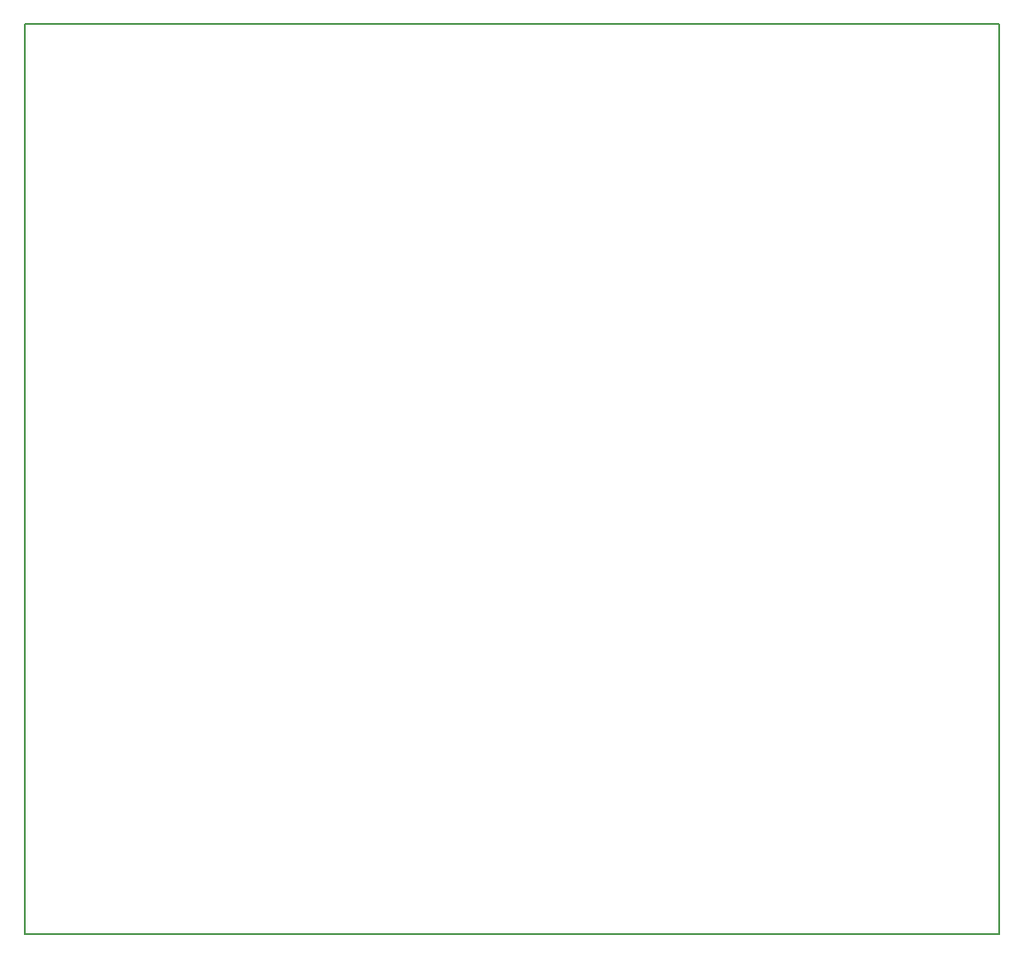
<source format=gbr>
G04 #@! TF.GenerationSoftware,KiCad,Pcbnew,5.1.8-db9833491~87~ubuntu20.04.1*
G04 #@! TF.CreationDate,2020-11-25T08:58:25+01:00*
G04 #@! TF.ProjectId,snoopy,736e6f6f-7079-42e6-9b69-6361645f7063,v1.0*
G04 #@! TF.SameCoordinates,Original*
G04 #@! TF.FileFunction,Profile,NP*
%FSLAX46Y46*%
G04 Gerber Fmt 4.6, Leading zero omitted, Abs format (unit mm)*
G04 Created by KiCad (PCBNEW 5.1.8-db9833491~87~ubuntu20.04.1) date 2020-11-25 08:58:25*
%MOMM*%
%LPD*%
G01*
G04 APERTURE LIST*
G04 #@! TA.AperFunction,Profile*
%ADD10C,0.150000*%
G04 #@! TD*
G04 APERTURE END LIST*
D10*
X101000000Y-151000000D02*
X101000000Y-64000000D01*
X194000000Y-151000000D02*
X101000000Y-151000000D01*
X194000000Y-64000000D02*
X194000000Y-151000000D01*
X101000000Y-64000000D02*
X194000000Y-64000000D01*
M02*

</source>
